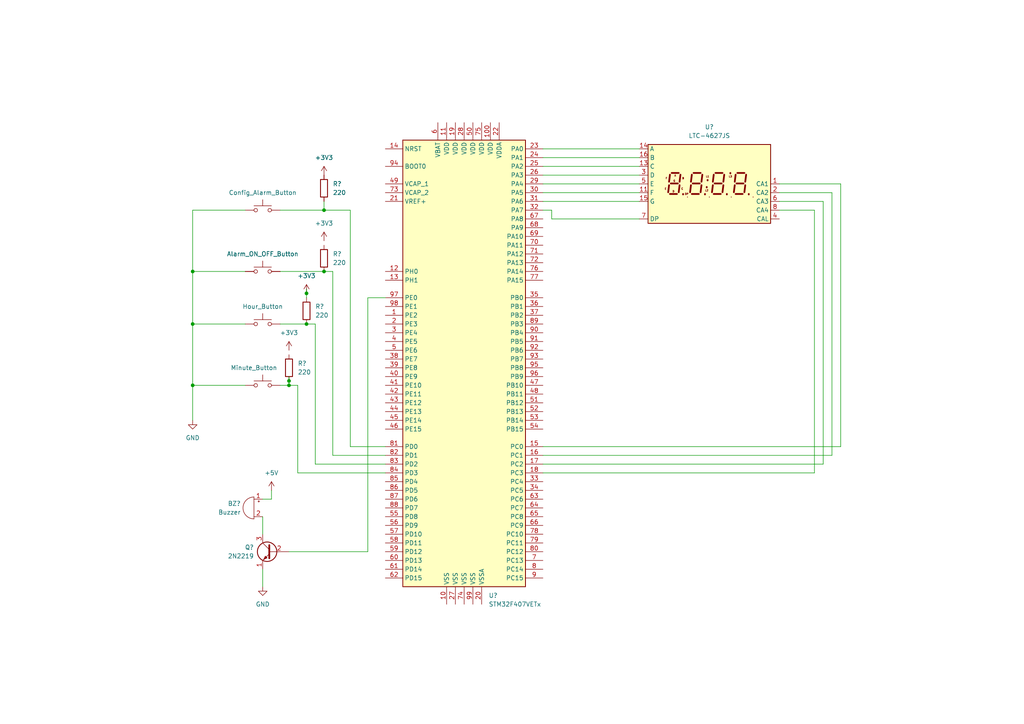
<source format=kicad_sch>
(kicad_sch (version 20211123) (generator eeschema)
  (paper "A4")
  (lib_symbols
    (symbol "Device:Buzzer" (pin_names (offset 0.0254) hide)
      (property "Reference" "BZ" (at 3.81 1.27 0))
      (property "Value" "Buzzer" (at 3.81 -1.27 0))
      (symbol "Buzzer_0_1"
        (arc (start 0 -3.175) (mid 3.175 0) (end 0 3.175))
        (polyline (pts (xy -1.651 1.905) (xy -1.143 1.905)))
        (polyline (pts (xy -1.397 2.159) (xy -1.397 1.651)))
        (polyline (pts (xy 0 3.175) (xy 0 -3.175)))
      )
      (symbol "Buzzer_1_1"
        (pin passive line (at -2.54 2.54 0) (length 2.54) (name "-") (number "1"))
        (pin passive line (at -2.54 -2.54 0) (length 2.54) (name "+") (number "2"))
      )
    )
    (symbol "Device:R" (pin_numbers hide) (pin_names (offset 0))
      (property "Reference" "R" (at 2.032 0 90))
      (property "Value" "R" (at 0 0 90))
      (symbol "R_0_1"
        (rectangle (start -1.016 -2.54) (end 1.016 2.54) (stroke (width 0.254)))
      )
      (symbol "R_1_1"
        (pin passive line (at 0 3.81 270) (length 1.27) (name "~") (number "1"))
        (pin passive line (at 0 -3.81 90) (length 1.27) (name "~") (number "2"))
      )
    )
    (symbol "Display_Character:LTC-4627JS"
      (property "Reference" "U" (at -17.78 12.7 0))
      (property "Value" "LTC-4627JS" (at 17.78 12.7 0))
      (symbol "LTC-4627JS_0_1"
        (rectangle (start -17.78 -11.43) (end 17.78 11.43) (stroke (width 0.254)) (fill (type background)))
        (rectangle (start -6.35 -3.81) (end -6.35 -3.81) (stroke (width 0.254)))
        (rectangle (start 0 -3.81) (end 0 -3.81) (stroke (width 0.254)))
        (polyline (pts (xy -6.35 -3.81) (xy -6.35 -3.81)) (stroke (width 0.254)))
        (polyline (pts (xy 0 -3.81) (xy 0 -3.81)) (stroke (width 0.254)))
        (polyline (pts (xy 6.35 -3.81) (xy 6.35 -3.81)) (stroke (width 0.254)))
        (polyline (pts (xy 12.7 -3.81) (xy 12.7 -3.81)) (stroke (width 0.254)))
        (rectangle (start 6.35 -3.81) (end 6.35 -3.81) (stroke (width 0.254)))
        (rectangle (start 12.7 -3.81) (end 12.7 -3.81) (stroke (width 0.254)))
      )
      (symbol "LTC-4627JS_1_0"
        (text "A" (at -9.906 2.413 0) (effects (font (size 0.508 0.508))))
        (text "B" (at -7.62 1.651 0) (effects (font (size 0.508 0.508))))
        (text "C" (at -7.874 -1.397 0) (effects (font (size 0.508 0.508))))
        (text "D" (at -10.414 -2.159 0) (effects (font (size 0.508 0.508))))
        (text "DP" (at -6.604 -2.921 0) (effects (font (size 0.508 0.508))))
        (text "E" (at -12.7 -1.397 0) (effects (font (size 0.508 0.508))))
        (text "F" (at -12.446 1.651 0) (effects (font (size 0.508 0.508))))
        (text "G" (at -10.16 0.889 0) (effects (font (size 0.508 0.508))))
        (text "L1" (at -0.508 2.159 0) (effects (font (size 0.508 0.508))))
        (text "L2" (at -0.762 -1.905 0) (effects (font (size 0.508 0.508))))
        (text "L3" (at 6.096 2.159 0) (effects (font (size 0.508 0.508))))
      )
      (symbol "LTC-4627JS_1_1"
        (polyline (pts (xy -11.684 -0.381) (xy -11.938 -2.413)) (stroke (width 0.508)))
        (polyline (pts (xy -11.43 -2.921) (xy -9.398 -2.921)) (stroke (width 0.508)))
        (polyline (pts (xy -11.43 2.667) (xy -11.684 0.635)) (stroke (width 0.508)))
        (polyline (pts (xy -11.176 0.127) (xy -9.144 0.127)) (stroke (width 0.508)))
        (polyline (pts (xy -10.922 3.175) (xy -8.89 3.175)) (stroke (width 0.508)))
        (polyline (pts (xy -8.636 -0.381) (xy -8.89 -2.413)) (stroke (width 0.508)))
        (polyline (pts (xy -8.382 2.667) (xy -8.636 0.635)) (stroke (width 0.508)))
        (polyline (pts (xy -7.62 -3.048) (xy -7.62 -2.921)) (stroke (width 0.508)))
        (polyline (pts (xy -5.334 -0.381) (xy -5.588 -2.413)) (stroke (width 0.508)))
        (polyline (pts (xy -5.08 -2.921) (xy -3.048 -2.921)) (stroke (width 0.508)))
        (polyline (pts (xy -5.08 2.667) (xy -5.334 0.635)) (stroke (width 0.508)))
        (polyline (pts (xy -4.826 0.127) (xy -2.794 0.127)) (stroke (width 0.508)))
        (polyline (pts (xy -4.572 3.175) (xy -2.54 3.175)) (stroke (width 0.508)))
        (polyline (pts (xy -2.286 -0.381) (xy -2.54 -2.413)) (stroke (width 0.508)))
        (polyline (pts (xy -2.032 2.667) (xy -2.286 0.635)) (stroke (width 0.508)))
        (polyline (pts (xy -1.27 -3.048) (xy -1.27 -2.921)) (stroke (width 0.508)))
        (polyline (pts (xy -0.762 -1.016) (xy -0.762 -0.889)) (stroke (width 0.508)))
        (polyline (pts (xy -0.508 1.016) (xy -0.508 1.143)) (stroke (width 0.508)))
        (polyline (pts (xy 1.016 -0.381) (xy 0.762 -2.413)) (stroke (width 0.508)))
        (polyline (pts (xy 1.27 -2.921) (xy 3.302 -2.921)) (stroke (width 0.508)))
        (polyline (pts (xy 1.27 2.667) (xy 1.016 0.635)) (stroke (width 0.508)))
        (polyline (pts (xy 1.524 0.127) (xy 3.556 0.127)) (stroke (width 0.508)))
        (polyline (pts (xy 1.778 3.175) (xy 3.81 3.175)) (stroke (width 0.508)))
        (polyline (pts (xy 4.064 -0.381) (xy 3.81 -2.413)) (stroke (width 0.508)))
        (polyline (pts (xy 4.318 2.667) (xy 4.064 0.635)) (stroke (width 0.508)))
        (polyline (pts (xy 5.08 -3.048) (xy 5.08 -2.921)) (stroke (width 0.508)))
        (polyline (pts (xy 6.096 3.048) (xy 6.096 3.175)) (stroke (width 0.508)))
        (polyline (pts (xy 7.366 -0.381) (xy 7.112 -2.413)) (stroke (width 0.508)))
        (polyline (pts (xy 7.62 -2.921) (xy 9.652 -2.921)) (stroke (width 0.508)))
        (polyline (pts (xy 7.62 2.667) (xy 7.366 0.635)) (stroke (width 0.508)))
        (polyline (pts (xy 7.874 0.127) (xy 9.906 0.127)) (stroke (width 0.508)))
        (polyline (pts (xy 8.128 3.175) (xy 10.16 3.175)) (stroke (width 0.508)))
        (polyline (pts (xy 10.414 -0.381) (xy 10.16 -2.413)) (stroke (width 0.508)))
        (polyline (pts (xy 10.668 2.667) (xy 10.414 0.635)) (stroke (width 0.508)))
        (polyline (pts (xy 11.43 -3.048) (xy 11.43 -2.921)) (stroke (width 0.508)))
        (pin input line (at 20.32 0 180) (length 2.54) (name "CA1") (number "1"))
        (pin input line (at -20.32 -2.54 0) (length 2.54) (name "F") (number "11"))
        (pin input line (at -20.32 5.08 0) (length 2.54) (name "C") (number "13"))
        (pin input line (at -20.32 10.16 0) (length 2.54) (name "A") (number "14"))
        (pin input line (at -20.32 -5.08 0) (length 2.54) (name "G") (number "15"))
        (pin input line (at -20.32 7.62 0) (length 2.54) (name "B") (number "16"))
        (pin input line (at 20.32 -2.54 180) (length 2.54) (name "CA2") (number "2"))
        (pin input line (at -20.32 2.54 0) (length 2.54) (name "D") (number "3"))
        (pin input line (at 20.32 -10.16 180) (length 2.54) (name "CAL") (number "4"))
        (pin input line (at -20.32 0 0) (length 2.54) (name "E") (number "5"))
        (pin input line (at 20.32 -5.08 180) (length 2.54) (name "CA3") (number "6"))
        (pin input line (at -20.32 -10.16 0) (length 2.54) (name "DP") (number "7"))
        (pin input line (at 20.32 -7.62 180) (length 2.54) (name "CA4") (number "8"))
        (pin no_connect line (at 17.78 7.62 180) (length 2.54) hide (name "NC") (number "9"))
      )
    )
    (symbol "MCU_ST_STM32F4:STM32F407VETx"
      (property "Reference" "U" (at -17.78 64.77 0))
      (property "Value" "STM32F407VETx" (at 12.7 64.77 0))
      (symbol "STM32F407VETx_0_1"
        (rectangle (start -17.78 -66.04) (end 17.78 63.5) (stroke (width 0.254)) (fill (type background)))
      )
      (symbol "STM32F407VETx_1_1"
        (pin bidirectional line (at -22.86 12.7 0) (length 5.08) (name "PE2") (number "1"))
        (pin power_in line (at -5.08 -71.12 90) (length 5.08) (name "VSS") (number "10"))
        (pin power_in line (at 7.62 68.58 270) (length 5.08) (name "VDD") (number "100"))
        (pin power_in line (at -5.08 68.58 270) (length 5.08) (name "VDD") (number "11"))
        (pin input line (at -22.86 25.4 0) (length 5.08) (name "PH0") (number "12"))
        (pin input line (at -22.86 22.86 0) (length 5.08) (name "PH1") (number "13"))
        (pin input line (at -22.86 60.96 0) (length 5.08) (name "NRST") (number "14"))
        (pin bidirectional line (at 22.86 -25.4 180) (length 5.08) (name "PC0") (number "15"))
        (pin bidirectional line (at 22.86 -27.94 180) (length 5.08) (name "PC1") (number "16"))
        (pin bidirectional line (at 22.86 -30.48 180) (length 5.08) (name "PC2") (number "17"))
        (pin bidirectional line (at 22.86 -33.02 180) (length 5.08) (name "PC3") (number "18"))
        (pin power_in line (at -2.54 68.58 270) (length 5.08) (name "VDD") (number "19"))
        (pin bidirectional line (at -22.86 10.16 0) (length 5.08) (name "PE3") (number "2"))
        (pin power_in line (at 5.08 -71.12 90) (length 5.08) (name "VSSA") (number "20"))
        (pin power_in line (at -22.86 45.72 0) (length 5.08) (name "VREF+") (number "21"))
        (pin power_in line (at 10.16 68.58 270) (length 5.08) (name "VDDA") (number "22"))
        (pin bidirectional line (at 22.86 60.96 180) (length 5.08) (name "PA0") (number "23"))
        (pin bidirectional line (at 22.86 58.42 180) (length 5.08) (name "PA1") (number "24"))
        (pin bidirectional line (at 22.86 55.88 180) (length 5.08) (name "PA2") (number "25"))
        (pin bidirectional line (at 22.86 53.34 180) (length 5.08) (name "PA3") (number "26"))
        (pin power_in line (at -2.54 -71.12 90) (length 5.08) (name "VSS") (number "27"))
        (pin power_in line (at 0 68.58 270) (length 5.08) (name "VDD") (number "28"))
        (pin bidirectional line (at 22.86 50.8 180) (length 5.08) (name "PA4") (number "29"))
        (pin bidirectional line (at -22.86 7.62 0) (length 5.08) (name "PE4") (number "3"))
        (pin bidirectional line (at 22.86 48.26 180) (length 5.08) (name "PA5") (number "30"))
        (pin bidirectional line (at 22.86 45.72 180) (length 5.08) (name "PA6") (number "31"))
        (pin bidirectional line (at 22.86 43.18 180) (length 5.08) (name "PA7") (number "32"))
        (pin bidirectional line (at 22.86 -35.56 180) (length 5.08) (name "PC4") (number "33"))
        (pin bidirectional line (at 22.86 -38.1 180) (length 5.08) (name "PC5") (number "34"))
        (pin bidirectional line (at 22.86 17.78 180) (length 5.08) (name "PB0") (number "35"))
        (pin bidirectional line (at 22.86 15.24 180) (length 5.08) (name "PB1") (number "36"))
        (pin bidirectional line (at 22.86 12.7 180) (length 5.08) (name "PB2") (number "37"))
        (pin bidirectional line (at -22.86 0 0) (length 5.08) (name "PE7") (number "38"))
        (pin bidirectional line (at -22.86 -2.54 0) (length 5.08) (name "PE8") (number "39"))
        (pin bidirectional line (at -22.86 5.08 0) (length 5.08) (name "PE5") (number "4"))
        (pin bidirectional line (at -22.86 -5.08 0) (length 5.08) (name "PE9") (number "40"))
        (pin bidirectional line (at -22.86 -7.62 0) (length 5.08) (name "PE10") (number "41"))
        (pin bidirectional line (at -22.86 -10.16 0) (length 5.08) (name "PE11") (number "42"))
        (pin bidirectional line (at -22.86 -12.7 0) (length 5.08) (name "PE12") (number "43"))
        (pin bidirectional line (at -22.86 -15.24 0) (length 5.08) (name "PE13") (number "44"))
        (pin bidirectional line (at -22.86 -17.78 0) (length 5.08) (name "PE14") (number "45"))
        (pin bidirectional line (at -22.86 -20.32 0) (length 5.08) (name "PE15") (number "46"))
        (pin bidirectional line (at 22.86 -7.62 180) (length 5.08) (name "PB10") (number "47"))
        (pin bidirectional line (at 22.86 -10.16 180) (length 5.08) (name "PB11") (number "48"))
        (pin power_in line (at -22.86 50.8 0) (length 5.08) (name "VCAP_1") (number "49"))
        (pin bidirectional line (at -22.86 2.54 0) (length 5.08) (name "PE6") (number "5"))
        (pin power_in line (at 2.54 68.58 270) (length 5.08) (name "VDD") (number "50"))
        (pin bidirectional line (at 22.86 -12.7 180) (length 5.08) (name "PB12") (number "51"))
        (pin bidirectional line (at 22.86 -15.24 180) (length 5.08) (name "PB13") (number "52"))
        (pin bidirectional line (at 22.86 -17.78 180) (length 5.08) (name "PB14") (number "53"))
        (pin bidirectional line (at 22.86 -20.32 180) (length 5.08) (name "PB15") (number "54"))
        (pin bidirectional line (at -22.86 -45.72 0) (length 5.08) (name "PD8") (number "55"))
        (pin bidirectional line (at -22.86 -48.26 0) (length 5.08) (name "PD9") (number "56"))
        (pin bidirectional line (at -22.86 -50.8 0) (length 5.08) (name "PD10") (number "57"))
        (pin bidirectional line (at -22.86 -53.34 0) (length 5.08) (name "PD11") (number "58"))
        (pin bidirectional line (at -22.86 -55.88 0) (length 5.08) (name "PD12") (number "59"))
        (pin power_in line (at -7.62 68.58 270) (length 5.08) (name "VBAT") (number "6"))
        (pin bidirectional line (at -22.86 -58.42 0) (length 5.08) (name "PD13") (number "60"))
        (pin bidirectional line (at -22.86 -60.96 0) (length 5.08) (name "PD14") (number "61"))
        (pin bidirectional line (at -22.86 -63.5 0) (length 5.08) (name "PD15") (number "62"))
        (pin bidirectional line (at 22.86 -40.64 180) (length 5.08) (name "PC6") (number "63"))
        (pin bidirectional line (at 22.86 -43.18 180) (length 5.08) (name "PC7") (number "64"))
        (pin bidirectional line (at 22.86 -45.72 180) (length 5.08) (name "PC8") (number "65"))
        (pin bidirectional line (at 22.86 -48.26 180) (length 5.08) (name "PC9") (number "66"))
        (pin bidirectional line (at 22.86 40.64 180) (length 5.08) (name "PA8") (number "67"))
        (pin bidirectional line (at 22.86 38.1 180) (length 5.08) (name "PA9") (number "68"))
        (pin bidirectional line (at 22.86 35.56 180) (length 5.08) (name "PA10") (number "69"))
        (pin bidirectional line (at 22.86 -58.42 180) (length 5.08) (name "PC13") (number "7"))
        (pin bidirectional line (at 22.86 33.02 180) (length 5.08) (name "PA11") (number "70"))
        (pin bidirectional line (at 22.86 30.48 180) (length 5.08) (name "PA12") (number "71"))
        (pin bidirectional line (at 22.86 27.94 180) (length 5.08) (name "PA13") (number "72"))
        (pin power_in line (at -22.86 48.26 0) (length 5.08) (name "VCAP_2") (number "73"))
        (pin power_in line (at 0 -71.12 90) (length 5.08) (name "VSS") (number "74"))
        (pin power_in line (at 5.08 68.58 270) (length 5.08) (name "VDD") (number "75"))
        (pin bidirectional line (at 22.86 25.4 180) (length 5.08) (name "PA14") (number "76"))
        (pin bidirectional line (at 22.86 22.86 180) (length 5.08) (name "PA15") (number "77"))
        (pin bidirectional line (at 22.86 -50.8 180) (length 5.08) (name "PC10") (number "78"))
        (pin bidirectional line (at 22.86 -53.34 180) (length 5.08) (name "PC11") (number "79"))
        (pin bidirectional line (at 22.86 -60.96 180) (length 5.08) (name "PC14") (number "8"))
        (pin bidirectional line (at 22.86 -55.88 180) (length 5.08) (name "PC12") (number "80"))
        (pin bidirectional line (at -22.86 -25.4 0) (length 5.08) (name "PD0") (number "81"))
        (pin bidirectional line (at -22.86 -27.94 0) (length 5.08) (name "PD1") (number "82"))
        (pin bidirectional line (at -22.86 -30.48 0) (length 5.08) (name "PD2") (number "83"))
        (pin bidirectional line (at -22.86 -33.02 0) (length 5.08) (name "PD3") (number "84"))
        (pin bidirectional line (at -22.86 -35.56 0) (length 5.08) (name "PD4") (number "85"))
        (pin bidirectional line (at -22.86 -38.1 0) (length 5.08) (name "PD5") (number "86"))
        (pin bidirectional line (at -22.86 -40.64 0) (length 5.08) (name "PD6") (number "87"))
        (pin bidirectional line (at -22.86 -43.18 0) (length 5.08) (name "PD7") (number "88"))
        (pin bidirectional line (at 22.86 10.16 180) (length 5.08) (name "PB3") (number "89"))
        (pin bidirectional line (at 22.86 -63.5 180) (length 5.08) (name "PC15") (number "9"))
        (pin bidirectional line (at 22.86 7.62 180) (length 5.08) (name "PB4") (number "90"))
        (pin bidirectional line (at 22.86 5.08 180) (length 5.08) (name "PB5") (number "91"))
        (pin bidirectional line (at 22.86 2.54 180) (length 5.08) (name "PB6") (number "92"))
        (pin bidirectional line (at 22.86 0 180) (length 5.08) (name "PB7") (number "93"))
        (pin input line (at -22.86 55.88 0) (length 5.08) (name "BOOT0") (number "94"))
        (pin bidirectional line (at 22.86 -2.54 180) (length 5.08) (name "PB8") (number "95"))
        (pin bidirectional line (at 22.86 -5.08 180) (length 5.08) (name "PB9") (number "96"))
        (pin bidirectional line (at -22.86 17.78 0) (length 5.08) (name "PE0") (number "97"))
        (pin bidirectional line (at -22.86 15.24 0) (length 5.08) (name "PE1") (number "98"))
        (pin power_in line (at 2.54 -71.12 90) (length 5.08) (name "VSS") (number "99"))
      )
    )
    (symbol "Switch:SW_Push" (pin_numbers hide) (pin_names (offset 1.016) hide)
      (property "Reference" "SW" (at 1.27 2.54 0))
      (property "Value" "SW_Push" (at 0 -1.524 0))
      (symbol "SW_Push_0_1"
        (circle (center -2.032 0) (radius 0.508))
        (polyline (pts (xy 0 1.27) (xy 0 3.048)))
        (polyline (pts (xy 2.54 1.27) (xy -2.54 1.27)))
        (circle (center 2.032 0) (radius 0.508))
        (pin passive line (at -5.08 0 0) (length 2.54) (name "1") (number "1"))
        (pin passive line (at 5.08 0 180) (length 2.54) (name "2") (number "2"))
      )
    )
    (symbol "Transistor_BJT:2N2219" (pin_names (offset 0) hide)
      (property "Reference" "Q" (at 5.08 1.905 0))
      (property "Value" "2N2219" (at 5.08 0 0))
      (symbol "2N2219_0_1"
        (polyline (pts (xy 0.635 0.635) (xy 2.54 2.54)))
        (polyline (pts (xy 0.635 -0.635) (xy 2.54 -2.54) (xy 2.54 -2.54)))
        (polyline (pts (xy 0.635 1.905) (xy 0.635 -1.905) (xy 0.635 -1.905)) (stroke (width 0.508)))
        (polyline (pts (xy 1.27 -1.778) (xy 1.778 -1.27) (xy 2.286 -2.286) (xy 1.27 -1.778) (xy 1.27 -1.778)) (fill (type outline)))
        (circle (center 1.27 0) (radius 2.8194) (stroke (width 0.254)))
      )
      (symbol "2N2219_1_1"
        (pin passive line (at 2.54 -5.08 90) (length 2.54) (name "E") (number "1"))
        (pin passive line (at -5.08 0 0) (length 5.715) (name "B") (number "2"))
        (pin passive line (at 2.54 5.08 270) (length 2.54) (name "C") (number "3"))
      )
    )
    (symbol "power:+3.3V" (power) (pin_names (offset 0))
      (property "Value" "+3.3V" (at 0 3.556 0))
      (symbol "+3.3V_0_1"
        (polyline (pts (xy -0.762 1.27) (xy 0 2.54)))
        (polyline (pts (xy 0 0) (xy 0 2.54)))
        (polyline (pts (xy 0 2.54) (xy 0.762 1.27)))
      )
      (symbol "+3.3V_1_1"
        (pin power_in line (at 0 0 90) (length 0) hide (name "+3V3") (number "1"))
      )
    )
    (symbol "power:+5V" (power) (pin_names (offset 0))
      (property "Value" "+5V" (at 0 3.556 0))
      (symbol "+5V_0_1"
        (polyline (pts (xy -0.762 1.27) (xy 0 2.54)))
        (polyline (pts (xy 0 0) (xy 0 2.54)))
        (polyline (pts (xy 0 2.54) (xy 0.762 1.27)))
      )
      (symbol "+5V_1_1"
        (pin power_in line (at 0 0 90) (length 0) hide (name "+5V") (number "1"))
      )
    )
    (symbol "power:GND" (power) (pin_names (offset 0))
      (property "Value" "GND" (at 0 -3.81 0))
      (symbol "GND_0_1"
        (polyline (pts (xy 0 0) (xy 0 -1.27) (xy 1.27 -1.27) (xy 0 -2.54) (xy -1.27 -1.27) (xy 0 -1.27)))
      )
      (symbol "GND_1_1"
        (pin power_in line (at 0 0 270) (length 0) hide (name "GND") (number "1"))
      )
    )
  )
  (junction (at 83.82 110.49))
  (junction (at 55.88 78.74))
  (junction (at 83.82 111.76))
  (junction (at 88.9 85.09))
  (junction (at 88.9 93.98))
  (junction (at 55.88 111.76))
  (junction (at 93.98 78.74))
  (junction (at 93.98 60.96))
  (junction (at 55.88 93.98))
  (wire (pts (xy 157.48 50.8) (xy 185.42 50.8)))
  (wire (pts (xy 88.9 83.82) (xy 88.9 85.09)))
  (wire (pts (xy 96.52 132.08) (xy 111.76 132.08)))
  (wire (pts (xy 83.82 111.76) (xy 86.36 111.76)))
  (wire (pts (xy 96.52 78.74) (xy 96.52 132.08)))
  (wire (pts (xy 78.74 144.78) (xy 78.74 142.24)))
  (wire (pts (xy 226.06 53.34) (xy 243.84 53.34)))
  (wire (pts (xy 226.06 55.88) (xy 241.3 55.88)))
  (wire (pts (xy 55.88 111.76) (xy 55.88 121.92)))
  (wire (pts (xy 241.3 55.88) (xy 241.3 132.08)))
  (wire (pts (xy 55.88 60.96) (xy 55.88 78.74)))
  (wire (pts (xy 88.9 93.98) (xy 81.28 93.98)))
  (wire (pts (xy 81.28 111.76) (xy 83.82 111.76)))
  (wire (pts (xy 91.44 134.62) (xy 91.44 93.98)))
  (wire (pts (xy 238.76 134.62) (xy 238.76 58.42)))
  (wire (pts (xy 86.36 111.76) (xy 86.36 137.16)))
  (wire (pts (xy 157.48 53.34) (xy 185.42 53.34)))
  (wire (pts (xy 106.68 86.36) (xy 106.68 160.02)))
  (wire (pts (xy 76.2 144.78) (xy 78.74 144.78)))
  (wire (pts (xy 55.88 93.98) (xy 55.88 111.76)))
  (wire (pts (xy 157.48 48.26) (xy 185.42 48.26)))
  (wire (pts (xy 81.28 60.96) (xy 93.98 60.96)))
  (wire (pts (xy 160.02 60.96) (xy 160.02 63.5)))
  (wire (pts (xy 81.28 78.74) (xy 93.98 78.74)))
  (wire (pts (xy 83.82 109.22) (xy 83.82 110.49)))
  (wire (pts (xy 71.12 60.96) (xy 55.88 60.96)))
  (wire (pts (xy 185.42 58.42) (xy 157.48 58.42)))
  (wire (pts (xy 88.9 85.09) (xy 88.9 86.36)))
  (wire (pts (xy 55.88 93.98) (xy 71.12 93.98)))
  (wire (pts (xy 83.82 110.49) (xy 83.82 111.76)))
  (wire (pts (xy 93.98 58.42) (xy 93.98 60.96)))
  (wire (pts (xy 238.76 58.42) (xy 226.06 58.42)))
  (wire (pts (xy 111.76 134.62) (xy 91.44 134.62)))
  (wire (pts (xy 55.88 78.74) (xy 55.88 93.98)))
  (wire (pts (xy 157.48 45.72) (xy 185.42 45.72)))
  (wire (pts (xy 91.44 93.98) (xy 88.9 93.98)))
  (wire (pts (xy 55.88 111.76) (xy 71.12 111.76)))
  (wire (pts (xy 157.48 60.96) (xy 160.02 60.96)))
  (wire (pts (xy 76.2 165.1) (xy 76.2 170.18)))
  (wire (pts (xy 160.02 63.5) (xy 185.42 63.5)))
  (wire (pts (xy 157.48 55.88) (xy 185.42 55.88)))
  (wire (pts (xy 236.22 60.96) (xy 236.22 137.16)))
  (wire (pts (xy 226.06 60.96) (xy 236.22 60.96)))
  (wire (pts (xy 93.98 60.96) (xy 101.6 60.96)))
  (wire (pts (xy 243.84 53.34) (xy 243.84 129.54)))
  (wire (pts (xy 238.76 134.62) (xy 157.48 134.62)))
  (wire (pts (xy 86.36 137.16) (xy 111.76 137.16)))
  (wire (pts (xy 157.48 137.16) (xy 236.22 137.16)))
  (wire (pts (xy 101.6 129.54) (xy 111.76 129.54)))
  (wire (pts (xy 101.6 129.54) (xy 101.6 60.96)))
  (wire (pts (xy 157.48 132.08) (xy 241.3 132.08)))
  (wire (pts (xy 157.48 129.54) (xy 243.84 129.54)))
  (wire (pts (xy 106.68 160.02) (xy 83.82 160.02)))
  (wire (pts (xy 93.98 78.74) (xy 96.52 78.74)))
  (wire (pts (xy 55.88 78.74) (xy 71.12 78.74)))
  (wire (pts (xy 76.2 149.86) (xy 76.2 154.94)))
  (wire (pts (xy 111.76 86.36) (xy 106.68 86.36)))
  (wire (pts (xy 157.48 43.18) (xy 185.42 43.18)))
  (symbol (lib_id "power:GND") (at 76.2 170.18 0) (mirror y) (unit 1)
    (property "Reference" "#PWR?" (effects hide))
    (property "Value" "GND" (at 76.2 175.26 0))
  )
  (symbol (lib_id "Switch:SW_Push") (at 76.2 78.74 0) (unit 1)
    (property "Reference" "Alarm_ON_OFF_Button" (at 76.2 73.66 0))
    (property "Value" "SW_Push" (effects hide))
  )
  (symbol (lib_id "Device:R") (at 93.98 74.93 0) (unit 1)
    (property "Reference" "R?" (at 96.52 73.6599 0) (effects (justify left)))
    (property "Value" "220" (at 96.52 76.1999 0) (effects (justify left)))
  )
  (symbol (lib_id "Device:R") (at 83.82 106.68 0) (unit 1)
    (property "Reference" "R?" (at 86.36 105.4099 0) (effects (justify left)))
    (property "Value" "220" (at 86.36 107.9499 0) (effects (justify left)))
  )
  (symbol (lib_id "power:+3.3V") (at 93.98 69.85 0) (unit 1)
    (property "Reference" "#PWR?" (effects hide))
    (property "Value" "+3.3V" (at 93.98 64.77 0))
  )
  (symbol (lib_id "MCU_ST_STM32F4:STM32F407VETx") (at 134.62 104.14 0) (unit 1)
    (property "Reference" "U?" (at 141.7194 172.72 0) (effects (justify left)))
    (property "Value" "STM32F407VETx" (at 141.7194 175.26 0) (effects (justify left)))
    (property "Footprint" "Package_QFP:LQFP-100_14x14mm_P0.5mm" (effects hide))
    (property "Datasheet" "http://www.st.com/st-web-ui/static/active/en/resource/technical/document/datasheet/DM00037051.pdf" (effects hide))
  )
  (symbol (lib_id "Transistor_BJT:2N2219") (at 78.74 160.02 0) (mirror y) (unit 1)
    (property "Reference" "Q?" (at 73.66 158.7499 0) (effects (justify left)))
    (property "Value" "2N2219" (at 73.66 161.2899 0) (effects (justify left)))
    (property "Footprint" "Package_TO_SOT_THT:TO-39-3" (effects hide))
    (property "Datasheet" "http://www.onsemi.com/pub_link/Collateral/2N2219-D.PDF" (effects hide))
  )
  (symbol (lib_id "Switch:SW_Push") (at 76.2 111.76 0) (unit 1)
    (property "Reference" "Minute_Button" (at 73.66 106.68 0))
    (property "Value" "ewcw" (effects hide))
  )
  (symbol (lib_id "Device:Buzzer") (at 73.66 147.32 0) (mirror y) (unit 1)
    (property "Reference" "BZ?" (at 69.85 146.0499 0) (effects (justify left)))
    (property "Value" "Buzzer" (at 69.85 148.5899 0) (effects (justify left)))
  )
  (symbol (lib_id "Switch:SW_Push") (at 76.2 93.98 0) (unit 1)
    (property "Reference" "Hour_Button" (at 76.2 88.9 0))
    (property "Value" "SW_Push" (effects hide))
  )
  (symbol (lib_id "power:+3.3V") (at 93.98 50.8 0) (unit 1)
    (property "Reference" "#PWR?" (effects hide))
    (property "Value" "+3.3V" (at 93.98 45.72 0))
  )
  (symbol (lib_id "Device:R") (at 93.98 54.61 0) (unit 1)
    (property "Reference" "R?" (at 96.52 53.3399 0) (effects (justify left)))
    (property "Value" "220" (at 96.52 55.8799 0) (effects (justify left)))
  )
  (symbol (lib_id "power:+3.3V") (at 83.82 101.6 0) (unit 1)
    (property "Reference" "#PWR?" (effects hide))
    (property "Value" "+3.3V" (at 83.82 96.52 0))
  )
  (symbol (lib_id "Device:R") (at 88.9 90.17 0) (unit 1)
    (property "Reference" "R?" (at 91.44 88.8999 0) (effects (justify left)))
    (property "Value" "220" (at 91.44 91.4399 0) (effects (justify left)))
  )
  (symbol (lib_id "Display_Character:LTC-4627JS") (at 205.74 53.34 0) (unit 1)
    (property "Reference" "U?" (at 205.74 36.83 0))
    (property "Value" "LTC-4627JS" (at 205.74 39.37 0))
    (property "Footprint" "Display_7Segment:LTC-4627Jx" (effects hide))
    (property "Datasheet" "http://optoelectronics.liteon.com/upload/download/DS30-2000-186/LTC-4627JS.pdf" (effects hide))
  )
  (symbol (lib_id "power:+5V") (at 78.74 142.24 0) (unit 1)
    (property "Reference" "#PWR?" (effects hide))
    (property "Value" "+5V" (at 78.74 137.16 0))
  )
  (symbol (lib_id "power:+3.3V") (at 88.9 85.09 0) (unit 1)
    (property "Reference" "#PWR?" (effects hide))
    (property "Value" "+3.3V" (at 88.9 80.01 0))
  )
  (symbol (lib_id "Switch:SW_Push") (at 76.2 60.96 0) (unit 1)
    (property "Reference" "Config_Alarm_Button" (at 76.2 55.88 0))
    (property "Value" "Config Alarm Button" (effects hide))
  )
  (symbol (lib_id "power:GND") (at 55.88 121.92 0) (unit 1)
    (property "Reference" "#PWR?" (effects hide))
    (property "Value" "GND" (at 55.88 127 0))
  )
)
</source>
